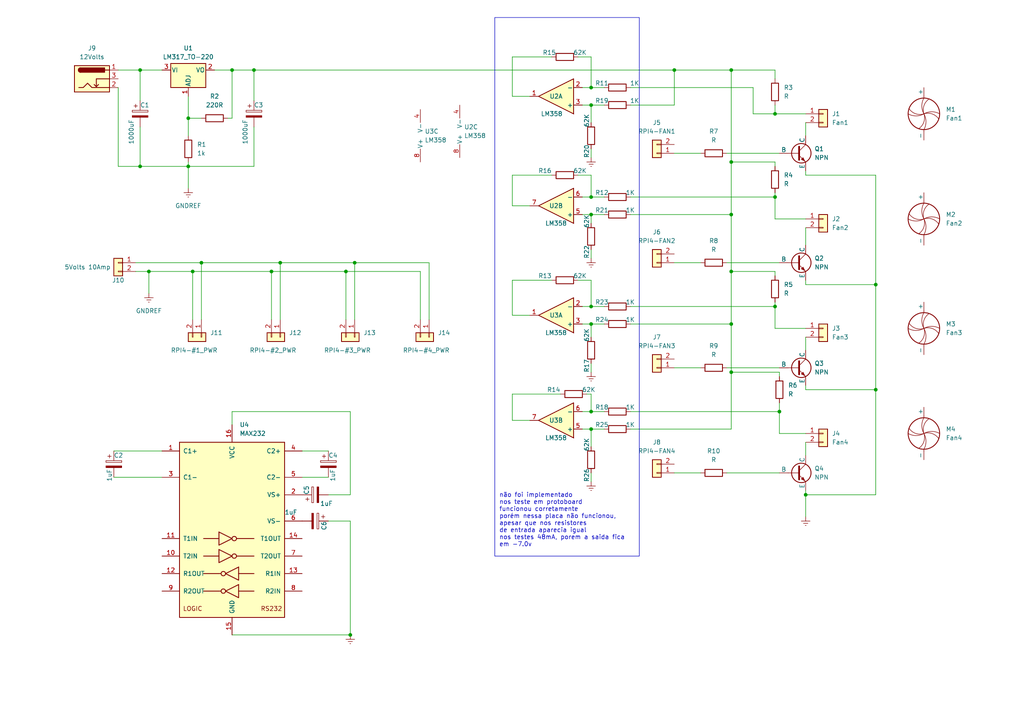
<source format=kicad_sch>
(kicad_sch (version 20230121) (generator eeschema)
  (paper "A4")
  (lib_symbols
    (symbol "Amplifier_Operational:LM358" (pin_names (offset 0.127))
      (property "Reference" "U" (at 0 5.08 0))
      (property "Value" "LM358" (at 0 -5.08 0))
      (symbol "LM358_1_1"
        (polyline (pts (xy -5.08 5.08) (xy 5.08 0) (xy -5.08 -5.08) (xy -5.08 5.08)) (stroke (width 0.254)) (fill (type background)))
        (pin output line (at 7.62 0 180) (length 2.54) (name "~") (number "1"))
        (pin input line (at -7.62 -2.54 0) (length 2.54) (name "-") (number "2"))
        (pin input line (at -7.62 2.54 0) (length 2.54) (name "+") (number "3"))
      )
      (symbol "LM358_2_1"
        (polyline (pts (xy -5.08 5.08) (xy 5.08 0) (xy -5.08 -5.08) (xy -5.08 5.08)) (stroke (width 0.254)) (fill (type background)))
        (pin input line (at -7.62 2.54 0) (length 2.54) (name "+") (number "5"))
        (pin input line (at -7.62 -2.54 0) (length 2.54) (name "-") (number "6"))
        (pin output line (at 7.62 0 180) (length 2.54) (name "~") (number "7"))
      )
      (symbol "LM358_3_1"
        (pin power_in line (at -2.54 -7.62 90) (length 3.81) (name "V-") (number "4"))
        (pin power_in line (at -2.54 7.62 270) (length 3.81) (name "V+") (number "8"))
      )
    )
    (symbol "Connector:Barrel_Jack_Switch" (pin_names hide)
      (property "Reference" "J" (at 0 5.334 0))
      (property "Value" "Barrel_Jack_Switch" (at 0 -5.08 0))
      (symbol "Barrel_Jack_Switch_0_1"
        (rectangle (start -5.08 3.81) (end 5.08 -3.81) (stroke (width 0.254)) (fill (type background)))
        (arc (start -3.302 3.175) (mid -3.9343 2.54) (end -3.302 1.905) (stroke (width 0.254)))
        (arc (start -3.302 3.175) (mid -3.9343 2.54) (end -3.302 1.905) (stroke (width 0.254)) (fill (type outline)))
        (polyline (pts (xy 1.27 -2.286) (xy 1.905 -1.651)) (stroke (width 0.254)))
        (polyline (pts (xy 5.08 2.54) (xy 3.81 2.54)) (stroke (width 0.254)))
        (polyline (pts (xy 5.08 0) (xy 1.27 0) (xy 1.27 -2.286) (xy 0.635 -1.651)) (stroke (width 0.254)))
        (polyline (pts (xy -3.81 -2.54) (xy -2.54 -2.54) (xy -1.27 -1.27) (xy 0 -2.54) (xy 2.54 -2.54) (xy 5.08 -2.54)) (stroke (width 0.254)))
        (rectangle (start 3.683 3.175) (end -3.302 1.905) (stroke (width 0.254)) (fill (type outline)))
      )
      (symbol "Barrel_Jack_Switch_1_1"
        (pin passive line (at 7.62 2.54 180) (length 2.54) (name "~") (number "1"))
        (pin passive line (at 7.62 -2.54 180) (length 2.54) (name "~") (number "2"))
        (pin passive line (at 7.62 0 180) (length 2.54) (name "~") (number "3"))
      )
    )
    (symbol "Connector_Generic:Conn_01x02" (pin_names (offset 1.016) hide)
      (property "Reference" "J" (at 0 2.54 0))
      (property "Value" "Conn_01x02" (at 0 -5.08 0))
      (symbol "Conn_01x02_1_1"
        (rectangle (start -1.27 -2.413) (end 0 -2.667) (stroke (width 0.1524)))
        (rectangle (start -1.27 0.127) (end 0 -0.127) (stroke (width 0.1524)))
        (rectangle (start -1.27 1.27) (end 1.27 -3.81) (stroke (width 0.254)) (fill (type background)))
        (pin passive line (at -5.08 0 0) (length 3.81) (name "Pin_1") (number "1"))
        (pin passive line (at -5.08 -2.54 0) (length 3.81) (name "Pin_2") (number "2"))
      )
    )
    (symbol "Device:C_Polarized" (pin_numbers hide) (pin_names (offset 0.254))
      (property "Reference" "C" (at 0.635 2.54 0))
      (property "Value" "C_Polarized" (at 0.635 -2.54 0))
      (symbol "C_Polarized_0_1"
        (rectangle (start -2.286 0.508) (end 2.286 1.016))
        (polyline (pts (xy -1.778 2.286) (xy -0.762 2.286)))
        (polyline (pts (xy -1.27 2.794) (xy -1.27 1.778)))
        (rectangle (start 2.286 -0.508) (end -2.286 -1.016) (fill (type outline)))
      )
      (symbol "C_Polarized_1_1"
        (pin passive line (at 0 3.81 270) (length 2.794) (name "~") (number "1"))
        (pin passive line (at 0 -3.81 90) (length 2.794) (name "~") (number "2"))
      )
    )
    (symbol "Device:R" (pin_numbers hide) (pin_names (offset 0))
      (property "Reference" "R" (at 2.032 0 90))
      (property "Value" "R" (at 0 0 90))
      (symbol "R_0_1"
        (rectangle (start -1.016 -2.54) (end 1.016 2.54) (stroke (width 0.254)))
      )
      (symbol "R_1_1"
        (pin passive line (at 0 3.81 270) (length 1.27) (name "~") (number "1"))
        (pin passive line (at 0 -3.81 90) (length 1.27) (name "~") (number "2"))
      )
    )
    (symbol "Interface_UART:MAX232" (pin_names (offset 1.016))
      (property "Reference" "U" (at -2.54 28.575 0))
      (property "Value" "MAX232" (at -2.54 26.67 0))
      (symbol "MAX232_0_0"
        (text "LOGIC" (at -11.43 -22.86 0) (effects (font (size 1.27 1.27))))
        (text "RS232" (at 11.43 -22.86 0) (effects (font (size 1.27 1.27))))
      )
      (symbol "MAX232_0_1"
        (rectangle (start -15.24 -25.4) (end 15.24 25.4) (stroke (width 0.254)) (fill (type background)))
        (circle (center -2.54 -17.78) (radius 0.635) (stroke (width 0.254)))
        (circle (center -2.54 -12.7) (radius 0.635) (stroke (width 0.254)))
        (polyline (pts (xy -3.81 -7.62) (xy -8.255 -7.62)) (stroke (width 0.254)))
        (polyline (pts (xy -3.81 -2.54) (xy -8.255 -2.54)) (stroke (width 0.254)))
        (polyline (pts (xy -3.175 -17.78) (xy -8.255 -17.78)) (stroke (width 0.254)))
        (polyline (pts (xy -3.175 -12.7) (xy -8.255 -12.7)) (stroke (width 0.254)))
        (polyline (pts (xy 1.27 -7.62) (xy 6.35 -7.62)) (stroke (width 0.254)))
        (polyline (pts (xy 1.27 -2.54) (xy 6.35 -2.54)) (stroke (width 0.254)))
        (polyline (pts (xy 1.905 -17.78) (xy 6.35 -17.78)) (stroke (width 0.254)))
        (polyline (pts (xy 1.905 -12.7) (xy 6.35 -12.7)) (stroke (width 0.254)))
        (polyline (pts (xy -3.81 -5.715) (xy -3.81 -9.525) (xy 0 -7.62) (xy -3.81 -5.715)) (stroke (width 0.254)))
        (polyline (pts (xy -3.81 -0.635) (xy -3.81 -4.445) (xy 0 -2.54) (xy -3.81 -0.635)) (stroke (width 0.254)))
        (polyline (pts (xy 1.905 -15.875) (xy 1.905 -19.685) (xy -1.905 -17.78) (xy 1.905 -15.875)) (stroke (width 0.254)))
        (polyline (pts (xy 1.905 -10.795) (xy 1.905 -14.605) (xy -1.905 -12.7) (xy 1.905 -10.795)) (stroke (width 0.254)))
        (circle (center 0.635 -7.62) (radius 0.635) (stroke (width 0.254)))
        (circle (center 0.635 -2.54) (radius 0.635) (stroke (width 0.254)))
      )
      (symbol "MAX232_1_1"
        (pin passive line (at -20.32 22.86 0) (length 5.08) (name "C1+") (number "1"))
        (pin input line (at -20.32 -7.62 0) (length 5.08) (name "T2IN") (number "10"))
        (pin input line (at -20.32 -2.54 0) (length 5.08) (name "T1IN") (number "11"))
        (pin output line (at -20.32 -12.7 0) (length 5.08) (name "R1OUT") (number "12"))
        (pin input line (at 20.32 -12.7 180) (length 5.08) (name "R1IN") (number "13"))
        (pin output line (at 20.32 -2.54 180) (length 5.08) (name "T1OUT") (number "14"))
        (pin power_in line (at 0 -30.48 90) (length 5.08) (name "GND") (number "15"))
        (pin power_in line (at 0 30.48 270) (length 5.08) (name "VCC") (number "16"))
        (pin power_out line (at 20.32 10.16 180) (length 5.08) (name "VS+") (number "2"))
        (pin passive line (at -20.32 15.24 0) (length 5.08) (name "C1-") (number "3"))
        (pin passive line (at 20.32 22.86 180) (length 5.08) (name "C2+") (number "4"))
        (pin passive line (at 20.32 15.24 180) (length 5.08) (name "C2-") (number "5"))
        (pin power_out line (at 20.32 2.54 180) (length 5.08) (name "VS-") (number "6"))
        (pin output line (at 20.32 -7.62 180) (length 5.08) (name "T2OUT") (number "7"))
        (pin input line (at 20.32 -17.78 180) (length 5.08) (name "R2IN") (number "8"))
        (pin output line (at -20.32 -17.78 0) (length 5.08) (name "R2OUT") (number "9"))
      )
    )
    (symbol "Motor:Fan_ALT" (pin_numbers hide) (pin_names (offset 0))
      (property "Reference" "M" (at 3.81 5.08 0))
      (property "Value" "Fan_ALT" (at 3.81 2.54 0))
      (symbol "Fan_ALT_0_1"
        (arc (start -4.572 0) (mid -2.286 -0.5988) (end 0 0))
        (arc (start -4.318 1.524) (mid -2.4153 0.0291) (end 0 0))
        (arc (start -1.524 -4.318) (mid -0.0291 -2.4153) (end 0 0))
        (arc (start 0 -4.572) (mid 0.5988 -2.286) (end 0 0))
        (polyline (pts (xy 0 -5.08) (xy 0 -4.572)))
        (polyline (pts (xy 0 4.572) (xy 0 5.08)))
        (circle (center 0 0) (radius 4.572) (stroke (width 0.254)))
        (arc (start 0 4.572) (mid -0.5988 2.286) (end 0 0))
        (arc (start 1.524 4.318) (mid 0.0291 2.4153) (end 0 0))
        (arc (start 4.318 -1.524) (mid 2.4153 -0.0291) (end 0 0))
        (arc (start 4.572 0) (mid 2.286 0.5988) (end 0 0))
      )
      (symbol "Fan_ALT_1_1"
        (pin passive line (at 0 7.62 270) (length 2.54) (name "+") (number "1"))
        (pin passive line (at 0 -7.62 90) (length 2.54) (name "-") (number "2"))
      )
    )
    (symbol "Regulator_Linear:LM317_TO-220" (pin_names (offset 0.254))
      (property "Reference" "U" (at -3.81 3.175 0))
      (property "Value" "LM317_TO-220" (at 0 3.175 0))
      (symbol "LM317_TO-220_0_1"
        (rectangle (start -5.08 1.905) (end 5.08 -5.08) (stroke (width 0.254)) (fill (type background)))
      )
      (symbol "LM317_TO-220_1_1"
        (pin input line (at 0 -7.62 90) (length 2.54) (name "ADJ") (number "1"))
        (pin power_out line (at 7.62 0 180) (length 2.54) (name "VO") (number "2"))
        (pin power_in line (at -7.62 0 0) (length 2.54) (name "VI") (number "3"))
      )
    )
    (symbol "Simulation_SPICE:NPN" (pin_numbers hide) (pin_names (offset 0))
      (property "Reference" "Q" (at -2.54 7.62 0))
      (property "Value" "NPN" (at -2.54 5.08 0))
      (symbol "NPN_0_1"
        (polyline (pts (xy -2.54 0) (xy 0.635 0)) (stroke (width 0.1524)))
        (polyline (pts (xy 0.635 0.635) (xy 2.54 2.54)))
        (polyline (pts (xy 2.794 -1.27) (xy 2.794 -1.27)) (stroke (width 0.1524)))
        (polyline (pts (xy 2.794 -1.27) (xy 2.794 -1.27)) (stroke (width 0.1524)))
        (polyline (pts (xy 0.635 -0.635) (xy 2.54 -2.54) (xy 2.54 -2.54)))
        (polyline (pts (xy 0.635 1.905) (xy 0.635 -1.905) (xy 0.635 -1.905)) (stroke (width 0.508)))
        (polyline (pts (xy 1.27 -1.778) (xy 1.778 -1.27) (xy 2.286 -2.286) (xy 1.27 -1.778) (xy 1.27 -1.778)) (fill (type outline)))
        (circle (center 1.27 0) (radius 2.8194) (stroke (width 0.254)))
      )
      (symbol "NPN_1_1"
        (pin open_collector line (at 2.54 5.08 270) (length 2.54) (name "C") (number "1"))
        (pin input line (at -5.08 0 0) (length 2.54) (name "B") (number "2"))
        (pin open_emitter line (at 2.54 -5.08 90) (length 2.54) (name "E") (number "3"))
      )
    )
    (symbol "power:GNDREF" (power) (pin_names (offset 0))
      (property "Value" "GNDREF" (at 0 -3.81 0))
      (symbol "GNDREF_0_1"
        (polyline (pts (xy -0.635 -1.905) (xy 0.635 -1.905)))
        (polyline (pts (xy -0.127 -2.54) (xy 0.127 -2.54)))
        (polyline (pts (xy 0 -1.27) (xy 0 0)))
        (polyline (pts (xy 1.27 -1.27) (xy -1.27 -1.27)))
      )
      (symbol "GNDREF_1_1"
        (pin power_in line (at 0 0 270) (length 0) hide (name "GNDREF") (number "1"))
      )
    )
  )
  (junction (at 226.06 119.38))
  (junction (at 101.6 184.15))
  (junction (at 212.09 20.32))
  (junction (at 67.31 20.32))
  (junction (at 40.64 48.26))
  (junction (at 54.61 48.26))
  (junction (at 171.45 25.4))
  (junction (at 212.09 62.23))
  (junction (at 224.79 88.9))
  (junction (at 73.66 20.32))
  (junction (at 171.45 124.46))
  (junction (at 43.18 78.74))
  (junction (at 212.09 93.98))
  (junction (at 233.68 143.51))
  (junction (at 171.45 93.98))
  (junction (at 224.79 33.02))
  (junction (at 171.45 57.15))
  (junction (at 171.45 30.48))
  (junction (at 171.45 88.9))
  (junction (at 81.28 76.2))
  (junction (at 78.74 78.74))
  (junction (at 58.42 76.2))
  (junction (at 212.09 78.74))
  (junction (at 254 82.55))
  (junction (at 40.64 20.32))
  (junction (at 55.88 78.74))
  (junction (at 254 113.03))
  (junction (at 100.33 78.74))
  (junction (at 102.87 76.2))
  (junction (at 224.79 57.15))
  (junction (at 171.45 62.23))
  (junction (at 171.45 119.38))
  (junction (at 212.09 107.95))
  (junction (at 54.61 34.29))
  (junction (at 212.09 46.99))
  (junction (at 195.58 20.32))
  (wire (pts (xy 55.88 78.74) (xy 78.74 78.74)))
  (wire (pts (xy 100.33 78.74) (xy 121.92 78.74)))
  (wire (pts (xy 171.45 16.51) (xy 171.45 25.4)))
  (wire (pts (xy 195.58 76.2) (xy 203.2 76.2)))
  (wire (pts (xy 168.91 25.4) (xy 171.45 25.4)))
  (wire (pts (xy 62.23 20.32) (xy 67.31 20.32)))
  (wire (pts (xy 210.82 76.2) (xy 226.06 76.2)))
  (wire (pts (xy 39.37 76.2) (xy 58.42 76.2)))
  (wire (pts (xy 182.88 124.46) (xy 212.09 124.46)))
  (wire (pts (xy 224.79 88.9) (xy 224.79 95.25)))
  (wire (pts (xy 168.91 119.38) (xy 171.45 119.38)))
  (wire (pts (xy 148.59 81.28) (xy 160.02 81.28)))
  (wire (pts (xy 233.68 128.27) (xy 233.68 132.08)))
  (wire (pts (xy 233.68 143.51) (xy 254 143.51)))
  (wire (pts (xy 212.09 46.99) (xy 212.09 62.23)))
  (wire (pts (xy 148.59 16.51) (xy 148.59 27.94)))
  (wire (pts (xy 40.64 20.32) (xy 46.99 20.32)))
  (wire (pts (xy 224.79 33.02) (xy 233.68 33.02)))
  (wire (pts (xy 224.79 46.99) (xy 224.79 48.26)))
  (wire (pts (xy 171.45 93.98) (xy 175.26 93.98)))
  (wire (pts (xy 212.09 78.74) (xy 224.79 78.74)))
  (wire (pts (xy 168.91 57.15) (xy 171.45 57.15)))
  (wire (pts (xy 171.45 88.9) (xy 175.26 88.9)))
  (wire (pts (xy 226.06 119.38) (xy 226.06 125.73)))
  (wire (pts (xy 124.46 76.2) (xy 124.46 92.71)))
  (wire (pts (xy 87.63 138.43) (xy 95.25 138.43)))
  (wire (pts (xy 171.45 124.46) (xy 171.45 129.54)))
  (wire (pts (xy 212.09 78.74) (xy 212.09 93.98)))
  (wire (pts (xy 167.64 50.8) (xy 171.45 50.8)))
  (wire (pts (xy 195.58 20.32) (xy 212.09 20.32)))
  (wire (pts (xy 224.79 87.63) (xy 224.79 88.9)))
  (wire (pts (xy 233.68 81.28) (xy 233.68 82.55)))
  (wire (pts (xy 102.87 76.2) (xy 124.46 76.2)))
  (wire (pts (xy 73.66 20.32) (xy 73.66 29.21)))
  (wire (pts (xy 212.09 20.32) (xy 224.79 20.32)))
  (wire (pts (xy 218.44 33.02) (xy 224.79 33.02)))
  (wire (pts (xy 58.42 76.2) (xy 58.42 92.71)))
  (wire (pts (xy 182.88 30.48) (xy 195.58 30.48)))
  (wire (pts (xy 168.91 124.46) (xy 171.45 124.46)))
  (wire (pts (xy 58.42 76.2) (xy 81.28 76.2)))
  (wire (pts (xy 226.06 107.95) (xy 226.06 109.22)))
  (wire (pts (xy 54.61 46.99) (xy 54.61 48.26)))
  (wire (pts (xy 212.09 107.95) (xy 212.09 124.46)))
  (wire (pts (xy 148.59 121.92) (xy 153.67 121.92)))
  (wire (pts (xy 40.64 36.83) (xy 40.64 48.26)))
  (wire (pts (xy 254 82.55) (xy 254 113.03)))
  (wire (pts (xy 78.74 78.74) (xy 100.33 78.74)))
  (wire (pts (xy 171.45 124.46) (xy 175.26 124.46)))
  (wire (pts (xy 55.88 78.74) (xy 55.88 92.71)))
  (wire (pts (xy 224.79 20.32) (xy 224.79 22.86)))
  (wire (pts (xy 40.64 48.26) (xy 54.61 48.26)))
  (wire (pts (xy 182.88 93.98) (xy 212.09 93.98)))
  (wire (pts (xy 33.02 138.43) (xy 46.99 138.43)))
  (wire (pts (xy 233.68 50.8) (xy 254 50.8)))
  (wire (pts (xy 171.45 30.48) (xy 171.45 35.56)))
  (wire (pts (xy 101.6 151.13) (xy 101.6 184.15)))
  (wire (pts (xy 171.45 62.23) (xy 171.45 64.77)))
  (wire (pts (xy 195.58 44.45) (xy 203.2 44.45)))
  (wire (pts (xy 87.63 130.81) (xy 95.25 130.81)))
  (wire (pts (xy 171.45 119.38) (xy 175.26 119.38)))
  (wire (pts (xy 66.04 34.29) (xy 67.31 34.29)))
  (wire (pts (xy 182.88 119.38) (xy 226.06 119.38)))
  (wire (pts (xy 226.06 125.73) (xy 233.68 125.73)))
  (wire (pts (xy 40.64 29.21) (xy 40.64 20.32)))
  (wire (pts (xy 78.74 78.74) (xy 78.74 92.71)))
  (wire (pts (xy 171.45 74.93) (xy 171.45 72.39)))
  (wire (pts (xy 148.59 16.51) (xy 160.02 16.51)))
  (wire (pts (xy 67.31 119.38) (xy 101.6 119.38)))
  (wire (pts (xy 67.31 119.38) (xy 67.31 123.19)))
  (wire (pts (xy 67.31 20.32) (xy 73.66 20.32)))
  (wire (pts (xy 212.09 62.23) (xy 212.09 78.74)))
  (wire (pts (xy 81.28 76.2) (xy 102.87 76.2)))
  (wire (pts (xy 95.25 143.51) (xy 101.6 143.51)))
  (wire (pts (xy 233.68 82.55) (xy 254 82.55)))
  (wire (pts (xy 168.91 88.9) (xy 171.45 88.9)))
  (wire (pts (xy 170.18 114.3) (xy 171.45 114.3)))
  (wire (pts (xy 233.68 111.76) (xy 233.68 113.03)))
  (wire (pts (xy 212.09 93.98) (xy 212.09 107.95)))
  (wire (pts (xy 210.82 106.68) (xy 226.06 106.68)))
  (wire (pts (xy 212.09 20.32) (xy 212.09 46.99)))
  (wire (pts (xy 54.61 27.94) (xy 54.61 34.29)))
  (wire (pts (xy 54.61 34.29) (xy 58.42 34.29)))
  (wire (pts (xy 171.45 62.23) (xy 175.26 62.23)))
  (wire (pts (xy 171.45 57.15) (xy 175.26 57.15)))
  (wire (pts (xy 168.91 62.23) (xy 171.45 62.23)))
  (wire (pts (xy 182.88 25.4) (xy 218.44 25.4)))
  (wire (pts (xy 233.68 97.79) (xy 233.68 101.6)))
  (wire (pts (xy 233.68 149.86) (xy 233.68 143.51)))
  (wire (pts (xy 95.25 151.13) (xy 101.6 151.13)))
  (wire (pts (xy 34.29 20.32) (xy 40.64 20.32)))
  (wire (pts (xy 171.45 114.3) (xy 171.45 119.38)))
  (wire (pts (xy 233.68 49.53) (xy 233.68 50.8)))
  (wire (pts (xy 210.82 137.16) (xy 226.06 137.16)))
  (wire (pts (xy 102.87 76.2) (xy 102.87 92.71)))
  (wire (pts (xy 34.29 48.26) (xy 40.64 48.26)))
  (wire (pts (xy 254 50.8) (xy 254 82.55)))
  (wire (pts (xy 34.29 25.4) (xy 34.29 48.26)))
  (wire (pts (xy 33.02 130.81) (xy 46.99 130.81)))
  (wire (pts (xy 224.79 55.88) (xy 224.79 57.15)))
  (wire (pts (xy 171.45 107.95) (xy 171.45 105.41)))
  (wire (pts (xy 168.91 93.98) (xy 171.45 93.98)))
  (wire (pts (xy 148.59 114.3) (xy 148.59 121.92)))
  (wire (pts (xy 171.45 81.28) (xy 171.45 88.9)))
  (wire (pts (xy 233.68 35.56) (xy 233.68 39.37)))
  (wire (pts (xy 254 113.03) (xy 254 143.51)))
  (wire (pts (xy 101.6 119.38) (xy 101.6 143.51)))
  (wire (pts (xy 148.59 114.3) (xy 162.56 114.3)))
  (wire (pts (xy 195.58 20.32) (xy 195.58 30.48)))
  (wire (pts (xy 182.88 88.9) (xy 224.79 88.9)))
  (wire (pts (xy 100.33 78.74) (xy 100.33 92.71)))
  (wire (pts (xy 43.18 78.74) (xy 43.18 85.09)))
  (wire (pts (xy 195.58 106.68) (xy 203.2 106.68)))
  (wire (pts (xy 39.37 78.74) (xy 43.18 78.74)))
  (wire (pts (xy 167.64 81.28) (xy 171.45 81.28)))
  (wire (pts (xy 148.59 27.94) (xy 153.67 27.94)))
  (wire (pts (xy 81.28 76.2) (xy 81.28 92.71)))
  (wire (pts (xy 67.31 20.32) (xy 67.31 34.29)))
  (wire (pts (xy 224.79 63.5) (xy 233.68 63.5)))
  (wire (pts (xy 233.68 113.03) (xy 254 113.03)))
  (wire (pts (xy 54.61 34.29) (xy 54.61 39.37)))
  (wire (pts (xy 73.66 36.83) (xy 73.66 48.26)))
  (wire (pts (xy 224.79 95.25) (xy 233.68 95.25)))
  (wire (pts (xy 148.59 50.8) (xy 160.02 50.8)))
  (wire (pts (xy 210.82 44.45) (xy 226.06 44.45)))
  (wire (pts (xy 171.45 30.48) (xy 175.26 30.48)))
  (wire (pts (xy 224.79 57.15) (xy 224.79 63.5)))
  (wire (pts (xy 148.59 59.69) (xy 153.67 59.69)))
  (wire (pts (xy 171.45 93.98) (xy 171.45 97.79)))
  (wire (pts (xy 168.91 30.48) (xy 171.45 30.48)))
  (wire (pts (xy 171.45 25.4) (xy 175.26 25.4)))
  (wire (pts (xy 182.88 57.15) (xy 224.79 57.15)))
  (wire (pts (xy 224.79 30.48) (xy 224.79 33.02)))
  (wire (pts (xy 54.61 48.26) (xy 73.66 48.26)))
  (wire (pts (xy 224.79 78.74) (xy 224.79 80.01)))
  (wire (pts (xy 182.88 62.23) (xy 212.09 62.23)))
  (wire (pts (xy 171.45 50.8) (xy 171.45 57.15)))
  (wire (pts (xy 43.18 78.74) (xy 55.88 78.74)))
  (wire (pts (xy 233.68 142.24) (xy 233.68 143.51)))
  (wire (pts (xy 171.45 43.18) (xy 171.45 45.72)))
  (wire (pts (xy 226.06 116.84) (xy 226.06 119.38)))
  (wire (pts (xy 233.68 66.04) (xy 233.68 71.12)))
  (wire (pts (xy 212.09 46.99) (xy 224.79 46.99)))
  (wire (pts (xy 67.31 184.15) (xy 101.6 184.15)))
  (wire (pts (xy 167.64 16.51) (xy 171.45 16.51)))
  (wire (pts (xy 54.61 54.61) (xy 54.61 48.26)))
  (wire (pts (xy 218.44 25.4) (xy 218.44 33.02)))
  (wire (pts (xy 121.92 78.74) (xy 121.92 92.71)))
  (wire (pts (xy 73.66 20.32) (xy 195.58 20.32)))
  (wire (pts (xy 148.59 81.28) (xy 148.59 91.44)))
  (wire (pts (xy 171.45 139.7) (xy 171.45 137.16)))
  (wire (pts (xy 148.59 91.44) (xy 153.67 91.44)))
  (wire (pts (xy 148.59 50.8) (xy 148.59 59.69)))
  (wire (pts (xy 195.58 137.16) (xy 203.2 137.16)))
  (wire (pts (xy 212.09 107.95) (xy 226.06 107.95)))
  (rectangle (start 143.51 5.08) (end 185.42 161.29))
  (text "não foi implementado\nnos teste em protoboard\nfuncionou corretamente\nporém nessa placa não funcionou,\napesar que nos resistores\nde entrada aparecia igual\nnos testes 48mA, porem a saida fica\nem -7.0v" (at 144.78 158.75 0) (effects (font (size 1.27 1.27)) (justify left bottom)))
  (symbol (lib_id "Connector_Generic:Conn_01x02") (at 34.29 76.2 0) (mirror y) (unit 1)
    (property "Reference" "J10" (at 34.29 81.28 0))
    (property "Value" "5Volts 10Amp" (at 25.4 77.47 0))
  )
  (symbol (lib_id "Device:R") (at 179.07 30.48 270) (unit 1)
    (property "Reference" "R19" (at 176.53 29.21 90) (effects (justify right)))
    (property "Value" "1K" (at 185.42 29.21 90) (effects (justify right)))
  )
  (symbol (lib_id "Simulation_SPICE:NPN") (at 231.14 137.16 0) (unit 1)
    (property "Reference" "Q4" (at 236.22 135.89 0) (effects (justify left)))
    (property "Value" "NPN" (at 236.22 138.43 0) (effects (justify left)))
    (property "Datasheet" "https://ngspice.sourceforge.io/docs/ngspice-html-manual/manual.xhtml#cha_BJTs" (effects hide))
    (property "Sim.Device" "NPN" (effects hide))
    (property "Sim.Type" "GUMMELPOON" (effects hide))
    (property "Sim.Pins" "1=C 2=B 3=E" (effects hide))
  )
  (symbol (lib_id "Connector_Generic:Conn_01x02") (at 124.46 97.79 270) (unit 1)
    (property "Reference" "J14" (at 127 96.52 90) (effects (justify left)))
    (property "Value" "RPI4-#4_PWR" (at 116.84 101.6 90) (effects (justify left)))
  )
  (symbol (lib_id "Connector_Generic:Conn_01x02") (at 238.76 95.25 0) (unit 1)
    (property "Reference" "J3" (at 241.3 95.25 0) (effects (justify left)))
    (property "Value" "Fan3" (at 241.3 97.79 0) (effects (justify left)))
  )
  (symbol (lib_id "Connector_Generic:Conn_01x02") (at 102.87 97.79 270) (unit 1)
    (property "Reference" "J13" (at 105.41 96.52 90) (effects (justify left)))
    (property "Value" "RPI4-#3_PWR" (at 93.98 101.6 90) (effects (justify left)))
  )
  (symbol (lib_id "Device:R") (at 163.83 50.8 270) (unit 1)
    (property "Reference" "R16" (at 160.02 49.53 90) (effects (justify right)))
    (property "Value" "62K" (at 170.18 49.53 90) (effects (justify right)))
  )
  (symbol (lib_id "Connector_Generic:Conn_01x02") (at 238.76 125.73 0) (unit 1)
    (property "Reference" "J4" (at 241.3 125.73 0) (effects (justify left)))
    (property "Value" "Fan4" (at 241.3 128.27 0) (effects (justify left)))
  )
  (symbol (lib_id "power:GNDREF") (at 171.45 74.93 0) (unit 1)
    (property "Reference" "#PWR06" (effects hide))
    (property "Value" "GNDREF" (effects hide))
  )
  (symbol (lib_id "Connector_Generic:Conn_01x02") (at 81.28 97.79 270) (unit 1)
    (property "Reference" "J12" (at 83.82 96.52 90) (effects (justify left)))
    (property "Value" "RPI4-#2_PWR" (at 72.39 101.6 90) (effects (justify left)))
  )
  (symbol (lib_id "Connector_Generic:Conn_01x02") (at 190.5 76.2 180) (unit 1)
    (property "Reference" "J6" (at 190.5 67.31 0))
    (property "Value" "RPI4-FAN2" (at 190.5 69.85 0))
  )
  (symbol (lib_id "Motor:Fan_ALT") (at 267.97 125.73 0) (unit 1)
    (property "Reference" "M4" (at 274.32 124.46 0) (effects (justify left)))
    (property "Value" "Fan4" (at 274.32 127 0) (effects (justify left)))
  )
  (symbol (lib_id "Device:C_Polarized") (at 95.25 134.62 0) (unit 1)
    (property "Reference" "C4" (at 95.25 132.08 0) (effects (justify left)))
    (property "Value" "1uF" (at 96.52 139.7 90) (effects (justify left)))
  )
  (symbol (lib_id "Device:R") (at 207.01 76.2 90) (unit 1)
    (property "Reference" "R8" (at 207.01 69.85 90))
    (property "Value" "R" (at 207.01 72.39 90))
  )
  (symbol (lib_id "power:GNDREF") (at 171.45 45.72 0) (unit 1)
    (property "Reference" "#PWR05" (effects hide))
    (property "Value" "GNDREF" (effects hide))
  )
  (symbol (lib_id "Device:R") (at 224.79 26.67 0) (unit 1)
    (property "Reference" "R3" (at 227.33 25.4 0) (effects (justify left)))
    (property "Value" "R" (at 227.33 27.94 0) (effects (justify left)))
  )
  (symbol (lib_id "Device:R") (at 224.79 52.07 0) (unit 1)
    (property "Reference" "R4" (at 227.33 50.8 0) (effects (justify left)))
    (property "Value" "R" (at 227.33 53.34 0) (effects (justify left)))
  )
  (symbol (lib_id "Device:R") (at 54.61 43.18 0) (unit 1)
    (property "Reference" "R1" (at 57.15 41.91 0) (effects (justify left)))
    (property "Value" "1k" (at 57.15 44.45 0) (effects (justify left)))
  )
  (symbol (lib_id "Device:R") (at 179.07 119.38 270) (unit 1)
    (property "Reference" "R18" (at 176.53 118.11 90) (effects (justify right)))
    (property "Value" "1K" (at 184.15 118.11 90) (effects (justify right)))
  )
  (symbol (lib_id "power:GNDREF") (at 101.6 184.15 0) (unit 1)
    (property "Reference" "#PWR08" (effects hide))
    (property "Value" "GNDREF" (effects hide))
  )
  (symbol (lib_id "Device:R") (at 166.37 114.3 270) (unit 1)
    (property "Reference" "R14" (at 162.56 113.03 90) (effects (justify right)))
    (property "Value" "62K" (at 172.72 113.03 90) (effects (justify right)))
  )
  (symbol (lib_id "Amplifier_Operational:LM358") (at 119.38 39.37 180) (unit 3)
    (property "Reference" "U3" (at 123.19 38.1 0) (effects (justify right)))
    (property "Value" "LM358" (at 123.19 40.64 0) (effects (justify right)))
    (property "Datasheet" "http://www.ti.com/lit/ds/symlink/lm2904-n.pdf" (effects hide))
  )
  (symbol (lib_id "Device:C_Polarized") (at 40.64 33.02 0) (unit 1)
    (property "Reference" "C1" (at 40.64 30.48 0) (effects (justify left)))
    (property "Value" "1000uF" (at 38.1 41.91 90) (effects (justify left)))
  )
  (symbol (lib_id "power:GNDREF") (at 171.45 139.7 0) (unit 1)
    (property "Reference" "#PWR04" (effects hide))
    (property "Value" "GNDREF" (effects hide))
  )
  (symbol (lib_id "Device:C_Polarized") (at 91.44 151.13 270) (unit 1)
    (property "Reference" "C6" (at 93.98 151.13 0) (effects (justify left)))
    (property "Value" "1uF" (at 82.55 148.59 90) (effects (justify left)))
  )
  (symbol (lib_id "Device:R") (at 224.79 83.82 0) (unit 1)
    (property "Reference" "R5" (at 227.33 82.55 0) (effects (justify left)))
    (property "Value" "R" (at 227.33 85.09 0) (effects (justify left)))
  )
  (symbol (lib_id "Connector_Generic:Conn_01x02") (at 190.5 44.45 180) (unit 1)
    (property "Reference" "J5" (at 190.5 35.56 0))
    (property "Value" "RPI4-FAN1" (at 190.5 38.1 0))
  )
  (symbol (lib_id "Amplifier_Operational:LM358") (at 130.81 38.1 180) (unit 3)
    (property "Reference" "U2" (at 134.62 36.83 0) (effects (justify right)))
    (property "Value" "LM358" (at 134.62 39.37 0) (effects (justify right)))
    (property "Datasheet" "http://www.ti.com/lit/ds/symlink/lm2904-n.pdf" (effects hide))
  )
  (symbol (lib_id "power:GNDREF") (at 233.68 149.86 0) (unit 1)
    (property "Reference" "#PWR01" (effects hide))
    (property "Value" "GNDREF" (effects hide))
  )
  (symbol (lib_id "Device:R") (at 171.45 39.37 0) (unit 1)
    (property "Reference" "R20" (at 170.18 41.91 90) (effects (justify right)))
    (property "Value" "62K" (at 170.18 33.02 90) (effects (justify right)))
  )
  (symbol (lib_id "Device:R") (at 179.07 93.98 270) (unit 1)
    (property "Reference" "R24" (at 176.53 92.71 90) (effects (justify right)))
    (property "Value" "1K" (at 184.15 92.71 90) (effects (justify right)))
  )
  (symbol (lib_id "Device:R") (at 179.07 88.9 270) (unit 1)
    (property "Reference" "R23" (at 176.53 87.63 90) (effects (justify right)))
    (property "Value" "1K" (at 184.15 87.63 90) (effects (justify right)))
  )
  (symbol (lib_id "Motor:Fan_ALT") (at 267.97 63.5 0) (unit 1)
    (property "Reference" "M2" (at 274.32 62.23 0) (effects (justify left)))
    (property "Value" "Fan2" (at 274.32 64.77 0) (effects (justify left)))
  )
  (symbol (lib_id "Connector_Generic:Conn_01x02") (at 238.76 33.02 0) (unit 1)
    (property "Reference" "J1" (at 241.3 33.02 0) (effects (justify left)))
    (property "Value" "Fan1" (at 241.3 35.56 0) (effects (justify left)))
  )
  (symbol (lib_id "Amplifier_Operational:LM358") (at 161.29 59.69 180) (unit 2)
    (property "Reference" "U2" (at 161.29 59.69 0))
    (property "Value" "LM358" (at 161.29 64.77 0))
    (property "Datasheet" "http://www.ti.com/lit/ds/symlink/lm2904-n.pdf" (effects hide))
  )
  (symbol (lib_id "Device:R") (at 179.07 25.4 270) (unit 1)
    (property "Reference" "R11" (at 176.53 24.13 90) (effects (justify right)))
    (property "Value" "1K" (at 185.42 24.13 90) (effects (justify right)))
  )
  (symbol (lib_id "Simulation_SPICE:NPN") (at 231.14 76.2 0) (unit 1)
    (property "Reference" "Q2" (at 236.22 74.93 0) (effects (justify left)))
    (property "Value" "NPN" (at 236.22 77.47 0) (effects (justify left)))
    (property "Datasheet" "https://ngspice.sourceforge.io/docs/ngspice-html-manual/manual.xhtml#cha_BJTs" (effects hide))
    (property "Sim.Device" "NPN" (effects hide))
    (property "Sim.Type" "GUMMELPOON" (effects hide))
    (property "Sim.Pins" "1=C 2=B 3=E" (effects hide))
  )
  (symbol (lib_id "Device:C_Polarized") (at 73.66 33.02 0) (unit 1)
    (property "Reference" "C3" (at 73.66 30.48 0) (effects (justify left)))
    (property "Value" "1000uF" (at 71.12 41.91 90) (effects (justify left)))
  )
  (symbol (lib_id "Device:R") (at 207.01 137.16 90) (unit 1)
    (property "Reference" "R10" (at 207.01 130.81 90))
    (property "Value" "R" (at 207.01 133.35 90))
  )
  (symbol (lib_id "Device:R") (at 163.83 81.28 270) (unit 1)
    (property "Reference" "R13" (at 160.02 80.01 90) (effects (justify right)))
    (property "Value" "62K" (at 170.18 80.01 90) (effects (justify right)))
  )
  (symbol (lib_id "Simulation_SPICE:NPN") (at 231.14 44.45 0) (unit 1)
    (property "Reference" "Q1" (at 236.22 43.18 0) (effects (justify left)))
    (property "Value" "NPN" (at 236.22 45.72 0) (effects (justify left)))
    (property "Datasheet" "https://ngspice.sourceforge.io/docs/ngspice-html-manual/manual.xhtml#cha_BJTs" (effects hide))
    (property "Sim.Device" "NPN" (effects hide))
    (property "Sim.Type" "GUMMELPOON" (effects hide))
    (property "Sim.Pins" "1=C 2=B 3=E" (effects hide))
  )
  (symbol (lib_id "Amplifier_Operational:LM358") (at 161.29 121.92 180) (unit 2)
    (property "Reference" "U3" (at 161.29 121.92 0))
    (property "Value" "LM358" (at 161.29 127 0))
    (property "Datasheet" "http://www.ti.com/lit/ds/symlink/lm2904-n.pdf" (effects hide))
  )
  (symbol (lib_id "Device:R") (at 171.45 133.35 0) (unit 1)
    (property "Reference" "R26" (at 170.18 135.89 90) (effects (justify right)))
    (property "Value" "62K" (at 170.18 127 90) (effects (justify right)))
  )
  (symbol (lib_id "Device:C_Polarized") (at 91.44 143.51 90) (unit 1)
    (property "Reference" "C5" (at 88.9 143.51 0) (effects (justify left)))
    (property "Value" "1uF" (at 96.52 146.05 90) (effects (justify left)))
  )
  (symbol (lib_id "Device:R") (at 207.01 44.45 90) (unit 1)
    (property "Reference" "R7" (at 207.01 38.1 90))
    (property "Value" "R" (at 207.01 40.64 90))
  )
  (symbol (lib_id "Motor:Fan_ALT") (at 267.97 33.02 0) (unit 1)
    (property "Reference" "M1" (at 274.32 31.75 0) (effects (justify left)))
    (property "Value" "Fan1" (at 274.32 34.29 0) (effects (justify left)))
  )
  (symbol (lib_id "power:GNDREF") (at 43.18 85.09 0) (unit 1)
    (property "Reference" "#PWR03" (effects hide))
    (property "Value" "GNDREF" (at 43.18 90.17 0))
  )
  (symbol (lib_id "Connector_Generic:Conn_01x02") (at 190.5 106.68 180) (unit 1)
    (property "Reference" "J7" (at 190.5 97.79 0))
    (property "Value" "RPI4-FAN3" (at 190.5 100.33 0))
  )
  (symbol (lib_id "Device:R") (at 207.01 106.68 90) (unit 1)
    (property "Reference" "R9" (at 207.01 100.33 90))
    (property "Value" "R" (at 207.01 102.87 90))
  )
  (symbol (lib_id "power:GNDREF") (at 54.61 54.61 0) (unit 1)
    (property "Reference" "#PWR02" (effects hide))
    (property "Value" "GNDREF" (at 54.61 59.69 0))
  )
  (symbol (lib_id "Device:R") (at 171.45 68.58 0) (unit 1)
    (property "Reference" "R22" (at 170.18 71.12 90) (effects (justify right)))
    (property "Value" "62K" (at 170.18 62.23 90) (effects (justify right)))
  )
  (symbol (lib_id "Regulator_Linear:LM317_TO-220") (at 54.61 20.32 0) (unit 1)
    (property "Reference" "U1" (at 54.61 13.97 0))
    (property "Value" "LM317_TO-220" (at 54.61 16.51 0))
    (property "Footprint" "Package_TO_SOT_THT:TO-220-3_Vertical" (effects hide))
    (property "Datasheet" "http://www.ti.com/lit/ds/symlink/lm317.pdf" (effects hide))
  )
  (symbol (lib_id "Simulation_SPICE:NPN") (at 231.14 106.68 0) (unit 1)
    (property "Reference" "Q3" (at 236.22 105.41 0) (effects (justify left)))
    (property "Value" "NPN" (at 236.22 107.95 0) (effects (justify left)))
    (property "Datasheet" "https://ngspice.sourceforge.io/docs/ngspice-html-manual/manual.xhtml#cha_BJTs" (effects hide))
    (property "Sim.Device" "NPN" (effects hide))
    (property "Sim.Type" "GUMMELPOON" (effects hide))
    (property "Sim.Pins" "1=C 2=B 3=E" (effects hide))
  )
  (symbol (lib_id "Motor:Fan_ALT") (at 267.97 95.25 0) (unit 1)
    (property "Reference" "M3" (at 274.32 93.98 0) (effects (justify left)))
    (property "Value" "Fan3" (at 274.32 96.52 0) (effects (justify left)))
  )
  (symbol (lib_id "Device:R") (at 163.83 16.51 270) (unit 1)
    (property "Reference" "R15" (at 161.29 15.24 90) (effects (justify right)))
    (property "Value" "62K" (at 170.18 15.24 90) (effects (justify right)))
  )
  (symbol (lib_id "Device:R") (at 179.07 62.23 270) (unit 1)
    (property "Reference" "R21" (at 176.53 60.96 90) (effects (justify right)))
    (property "Value" "1K" (at 184.15 60.96 90) (effects (justify right)))
  )
  (symbol (lib_id "Device:R") (at 226.06 113.03 0) (unit 1)
    (property "Reference" "R6" (at 228.6 111.76 0) (effects (justify left)))
    (property "Value" "R" (at 228.6 114.3 0) (effects (justify left)))
  )
  (symbol (lib_id "Device:C_Polarized") (at 33.02 134.62 0) (unit 1)
    (property "Reference" "C2" (at 33.02 132.08 0) (effects (justify left)))
    (property "Value" "1uF" (at 31.75 139.7 90) (effects (justify left)))
  )
  (symbol (lib_id "Connector_Generic:Conn_01x02") (at 58.42 97.79 270) (unit 1)
    (property "Reference" "J11" (at 60.96 96.52 90) (effects (justify left)))
    (property "Value" "RPI4-#1_PWR" (at 49.53 101.6 90) (effects (justify left)))
  )
  (symbol (lib_id "Device:R") (at 62.23 34.29 90) (unit 1)
    (property "Reference" "R2" (at 62.23 27.94 90))
    (property "Value" "220R" (at 62.23 30.48 90))
  )
  (symbol (lib_id "Interface_UART:MAX232") (at 67.31 153.67 0) (unit 1)
    (property "Reference" "U4" (at 69.5041 123.19 0) (effects (justify left)))
    (property "Value" "MAX232" (at 69.5041 125.73 0) (effects (justify left)))
    (property "Datasheet" "http://www.ti.com/lit/ds/symlink/max232.pdf" (effects hide))
  )
  (symbol (lib_id "Connector_Generic:Conn_01x02") (at 238.76 63.5 0) (unit 1)
    (property "Reference" "J2" (at 241.3 63.5 0) (effects (justify left)))
    (property "Value" "Fan2" (at 241.3 66.04 0) (effects (justify left)))
  )
  (symbol (lib_id "Device:R") (at 179.07 57.15 270) (unit 1)
    (property "Reference" "R12" (at 176.53 55.88 90) (effects (justify right)))
    (property "Value" "1K" (at 184.15 55.88 90) (effects (justify right)))
  )
  (symbol (lib_id "power:GNDREF") (at 171.45 107.95 0) (unit 1)
    (property "Reference" "#PWR07" (effects hide))
    (property "Value" "GNDREF" (effects hide))
  )
  (symbol (lib_id "Connector:Barrel_Jack_Switch") (at 26.67 22.86 0) (unit 1)
    (property "Reference" "J9" (at 26.67 13.97 0))
    (property "Value" "12Volts" (at 26.67 16.51 0))
  )
  (symbol (lib_id "Connector_Generic:Conn_01x02") (at 190.5 137.16 180) (unit 1)
    (property "Reference" "J8" (at 190.5 128.27 0))
    (property "Value" "RPI4-FAN4" (at 190.5 130.81 0))
  )
  (symbol (lib_id "Device:R") (at 171.45 101.6 0) (unit 1)
    (property "Reference" "R17" (at 170.18 104.14 90) (effects (justify right)))
    (property "Value" "62K" (at 170.18 95.25 90) (effects (justify right)))
  )
  (symbol (lib_id "Amplifier_Operational:LM358") (at 161.29 91.44 180) (unit 1)
    (property "Reference" "U3" (at 161.29 91.44 0))
    (property "Value" "LM358" (at 161.29 96.52 0))
    (property "Datasheet" "http://www.ti.com/lit/ds/symlink/lm2904-n.pdf" (effects hide))
  )
  (symbol (lib_id "Device:R") (at 179.07 124.46 270) (unit 1)
    (property "Reference" "R25" (at 176.53 123.19 90) (effects (justify right)))
    (property "Value" "1K" (at 184.15 123.19 90) (effects (justify right)))
  )
  (symbol (lib_id "Amplifier_Operational:LM358") (at 161.29 27.94 180) (unit 1)
    (property "Reference" "U2" (at 161.29 27.94 0))
    (property "Value" "LM358" (at 160.02 33.02 0))
    (property "Datasheet" "http://www.ti.com/lit/ds/symlink/lm2904-n.pdf" (effects hide))
  )
)
</source>
